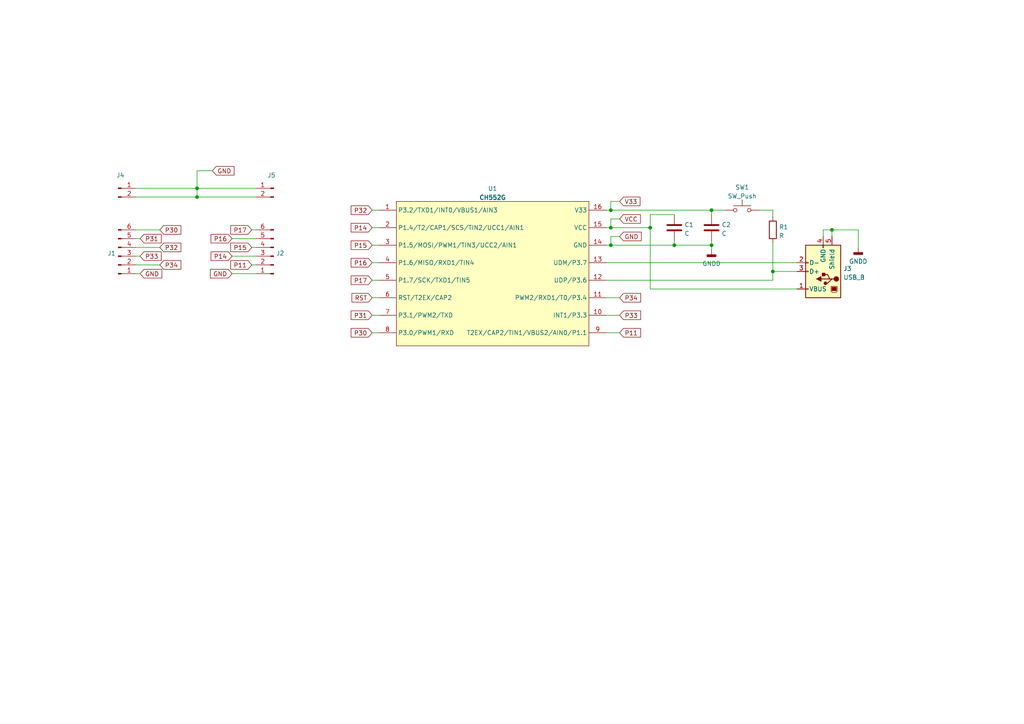
<source format=kicad_sch>
(kicad_sch (version 20211123) (generator eeschema)
  (paper "A4")
  (lib_symbols
    (symbol "Connector:Conn_01x02_Male" (pin_names (offset 1.016) hide)
      (property "Reference" "J" (at 0 2.54 0))
      (property "Value" "Conn_01x02_Male" (at 0 -5.08 0))
      (symbol "Conn_01x02_Male_1_1"
        (polyline (pts (xy 1.27 -2.54) (xy 0.8636 -2.54)) (stroke (width 0.1524)))
        (polyline (pts (xy 1.27 0) (xy 0.8636 0)) (stroke (width 0.1524)))
        (rectangle (start 0.8636 -2.413) (end 0 -2.667) (stroke (width 0.1524)) (fill (type outline)))
        (rectangle (start 0.8636 0.127) (end 0 -0.127) (stroke (width 0.1524)) (fill (type outline)))
        (pin passive line (at 5.08 0 180) (length 3.81) (name "Pin_1") (number "1"))
        (pin passive line (at 5.08 -2.54 180) (length 3.81) (name "Pin_2") (number "2"))
      )
    )
    (symbol "Connector:Conn_01x06_Male" (pin_names (offset 1.016) hide)
      (property "Reference" "J" (at 0 7.62 0))
      (property "Value" "Conn_01x06_Male" (at 0 -10.16 0))
      (symbol "Conn_01x06_Male_1_1"
        (polyline (pts (xy 1.27 -7.62) (xy 0.8636 -7.62)) (stroke (width 0.1524)))
        (polyline (pts (xy 1.27 -5.08) (xy 0.8636 -5.08)) (stroke (width 0.1524)))
        (polyline (pts (xy 1.27 -2.54) (xy 0.8636 -2.54)) (stroke (width 0.1524)))
        (polyline (pts (xy 1.27 0) (xy 0.8636 0)) (stroke (width 0.1524)))
        (polyline (pts (xy 1.27 2.54) (xy 0.8636 2.54)) (stroke (width 0.1524)))
        (polyline (pts (xy 1.27 5.08) (xy 0.8636 5.08)) (stroke (width 0.1524)))
        (rectangle (start 0.8636 -7.493) (end 0 -7.747) (stroke (width 0.1524)) (fill (type outline)))
        (rectangle (start 0.8636 -4.953) (end 0 -5.207) (stroke (width 0.1524)) (fill (type outline)))
        (rectangle (start 0.8636 -2.413) (end 0 -2.667) (stroke (width 0.1524)) (fill (type outline)))
        (rectangle (start 0.8636 0.127) (end 0 -0.127) (stroke (width 0.1524)) (fill (type outline)))
        (rectangle (start 0.8636 2.667) (end 0 2.413) (stroke (width 0.1524)) (fill (type outline)))
        (rectangle (start 0.8636 5.207) (end 0 4.953) (stroke (width 0.1524)) (fill (type outline)))
        (pin passive line (at 5.08 5.08 180) (length 3.81) (name "Pin_1") (number "1"))
        (pin passive line (at 5.08 2.54 180) (length 3.81) (name "Pin_2") (number "2"))
        (pin passive line (at 5.08 0 180) (length 3.81) (name "Pin_3") (number "3"))
        (pin passive line (at 5.08 -2.54 180) (length 3.81) (name "Pin_4") (number "4"))
        (pin passive line (at 5.08 -5.08 180) (length 3.81) (name "Pin_5") (number "5"))
        (pin passive line (at 5.08 -7.62 180) (length 3.81) (name "Pin_6") (number "6"))
      )
    )
    (symbol "Connector:USB_B" (pin_names (offset 1.016))
      (property "Reference" "J" (at -5.08 11.43 0))
      (property "Value" "USB_B" (at -5.08 8.89 0))
      (symbol "USB_B_0_1"
        (rectangle (start -5.08 -7.62) (end 5.08 7.62) (stroke (width 0.254)) (fill (type background)))
        (circle (center -3.81 2.159) (radius 0.635) (stroke (width 0.254)) (fill (type outline)))
        (rectangle (start -3.81 5.588) (end -2.54 4.572) (fill (type outline)))
        (circle (center -0.635 3.429) (radius 0.381) (stroke (width 0.254)) (fill (type outline)))
        (rectangle (start -0.127 -7.62) (end 0.127 -6.858))
        (polyline (pts (xy -1.905 2.159) (xy 0.635 2.159)) (stroke (width 0.254)))
        (polyline (pts (xy -3.175 2.159) (xy -2.54 2.159) (xy -1.27 3.429) (xy -0.635 3.429)) (stroke (width 0.254)))
        (polyline (pts (xy -2.54 2.159) (xy -1.905 2.159) (xy -1.27 0.889) (xy 0 0.889)) (stroke (width 0.254)))
        (polyline (pts (xy 0.635 2.794) (xy 0.635 1.524) (xy 1.905 2.159) (xy 0.635 2.794)) (stroke (width 0.254)) (fill (type outline)))
        (polyline (pts (xy -4.064 4.318) (xy -2.286 4.318) (xy -2.286 5.715) (xy -2.667 6.096) (xy -3.683 6.096) (xy -4.064 5.715) (xy -4.064 4.318)))
        (rectangle (start 0.254 1.27) (end -0.508 0.508) (stroke (width 0.254)) (fill (type outline)))
        (rectangle (start 5.08 -2.667) (end 4.318 -2.413))
        (rectangle (start 5.08 -0.127) (end 4.318 0.127))
        (rectangle (start 5.08 4.953) (end 4.318 5.207))
      )
      (symbol "USB_B_1_1"
        (pin power_out line (at 7.62 5.08 180) (length 2.54) (name "VBUS") (number "1"))
        (pin passive line (at 7.62 -2.54 180) (length 2.54) (name "D-") (number "2"))
        (pin passive line (at 7.62 0 180) (length 2.54) (name "D+") (number "3"))
        (pin power_out line (at 0 -10.16 90) (length 2.54) (name "GND") (number "4"))
        (pin passive line (at -2.54 -10.16 90) (length 2.54) (name "Shield") (number "5"))
      )
    )
    (symbol "Device:C" (pin_numbers hide) (pin_names (offset 0.254))
      (property "Reference" "C" (at 0.635 2.54 0))
      (property "Value" "C" (at 0.635 -2.54 0))
      (symbol "C_0_1"
        (polyline (pts (xy -2.032 -0.762) (xy 2.032 -0.762)) (stroke (width 0.508)))
        (polyline (pts (xy -2.032 0.762) (xy 2.032 0.762)) (stroke (width 0.508)))
      )
      (symbol "C_1_1"
        (pin passive line (at 0 3.81 270) (length 2.794) (name "~") (number "1"))
        (pin passive line (at 0 -3.81 90) (length 2.794) (name "~") (number "2"))
      )
    )
    (symbol "Device:R" (pin_numbers hide) (pin_names (offset 0))
      (property "Reference" "R" (at 2.032 0 90))
      (property "Value" "R" (at 0 0 90))
      (symbol "R_0_1"
        (rectangle (start -1.016 -2.54) (end 1.016 2.54) (stroke (width 0.254)))
      )
      (symbol "R_1_1"
        (pin passive line (at 0 3.81 270) (length 1.27) (name "~") (number "1"))
        (pin passive line (at 0 -3.81 90) (length 1.27) (name "~") (number "2"))
      )
    )
    (symbol "MCU_WCH:CH552G"
      (property "Reference" "U" (at -1.27 -26.67 0))
      (property "Value" "CH552G" (at 15.24 13.97 0))
      (symbol "CH552G_0_1"
        (rectangle (start -25.4 16.51) (end 30.48 -25.4) (stroke (width 0.1524)) (fill (type background)))
      )
      (symbol "CH552G_1_1"
        (pin input line (at -30.48 13.97 0) (length 5.08) (name "P3.2/TXD1/INT0/VBUS1/AIN3") (number "1"))
        (pin input line (at 35.56 -16.51 180) (length 5.08) (name "INT1/P3.3") (number "10"))
        (pin input line (at 35.56 -11.43 180) (length 5.08) (name "PWM2/RXD1/T0/P3.4") (number "11"))
        (pin input line (at 35.56 -6.35 180) (length 5.08) (name "UDP/P3.6") (number "12"))
        (pin input line (at 35.56 -1.27 180) (length 5.08) (name "UDM/P3.7") (number "13"))
        (pin input line (at 35.56 3.81 180) (length 5.08) (name "GND") (number "14"))
        (pin input line (at 35.56 8.89 180) (length 5.08) (name "VCC") (number "15"))
        (pin input line (at 35.56 13.97 180) (length 5.08) (name "V33") (number "16"))
        (pin input line (at -30.48 8.89 0) (length 5.08) (name "P1.4/T2/CAP1/SCS/TIN2/UCC1/AIN1") (number "2"))
        (pin input line (at -30.48 3.81 0) (length 5.08) (name "P1.5/MOSI/PWM1/TIN3/UCC2/AIN1") (number "3"))
        (pin input line (at -30.48 -1.27 0) (length 5.08) (name "P1.6/MISO/RXD1/TIN4") (number "4"))
        (pin input line (at -30.48 -6.35 0) (length 5.08) (name "P1.7/SCK/TXD1/TIN5") (number "5"))
        (pin input line (at -30.48 -11.43 0) (length 5.08) (name "RST/T2EX/CAP2") (number "6"))
        (pin input line (at -30.48 -16.51 0) (length 5.08) (name "P3.1/PWM2/TXD") (number "7"))
        (pin input line (at -30.48 -21.59 0) (length 5.08) (name "P3.0/PWM1/RXD") (number "8"))
        (pin input line (at 35.56 -21.59 180) (length 5.08) (name "T2EX/CAP2/TIN1/VBUS2/AIN0/P1.1") (number "9"))
      )
    )
    (symbol "Switch:SW_Push" (pin_numbers hide) (pin_names (offset 1.016) hide)
      (property "Reference" "SW" (at 1.27 2.54 0))
      (property "Value" "SW_Push" (at 0 -1.524 0))
      (symbol "SW_Push_0_1"
        (circle (center -2.032 0) (radius 0.508))
        (polyline (pts (xy 0 1.27) (xy 0 3.048)))
        (polyline (pts (xy 2.54 1.27) (xy -2.54 1.27)))
        (circle (center 2.032 0) (radius 0.508))
        (pin passive line (at -5.08 0 0) (length 2.54) (name "1") (number "1"))
        (pin passive line (at 5.08 0 180) (length 2.54) (name "2") (number "2"))
      )
    )
    (symbol "power:GNDD" (power) (pin_names (offset 0))
      (property "Value" "GNDD" (at 0 -3.175 0))
      (symbol "GNDD_0_1"
        (rectangle (start -1.27 -1.524) (end 1.27 -2.032) (stroke (width 0.254)) (fill (type outline)))
        (polyline (pts (xy 0 0) (xy 0 -1.524)))
      )
      (symbol "GNDD_1_1"
        (pin power_in line (at 0 0 270) (length 0) hide (name "GNDD") (number "1"))
      )
    )
  )
  (junction (at 206.375 60.96))
  (junction (at 177.165 60.96))
  (junction (at 206.375 71.12))
  (junction (at 177.165 66.04))
  (junction (at 177.165 71.12))
  (junction (at 57.15 54.61))
  (junction (at 241.3 66.675))
  (junction (at 195.58 71.12))
  (junction (at 57.15 57.15))
  (junction (at 188.595 66.04))
  (junction (at 224.155 78.74))
  (wire (pts (xy 188.595 83.82) (xy 188.595 66.04)))
  (wire (pts (xy 175.895 81.28) (xy 224.155 81.28)))
  (wire (pts (xy 39.37 69.215) (xy 40.64 69.215)))
  (wire (pts (xy 175.895 60.96) (xy 177.165 60.96)))
  (wire (pts (xy 39.37 74.295) (xy 40.64 74.295)))
  (wire (pts (xy 177.165 58.42) (xy 177.165 60.96)))
  (wire (pts (xy 73.025 76.835) (xy 74.295 76.835)))
  (wire (pts (xy 195.58 69.85) (xy 195.58 71.12)))
  (wire (pts (xy 177.165 63.5) (xy 177.165 66.04)))
  (wire (pts (xy 107.95 81.28) (xy 109.855 81.28)))
  (wire (pts (xy 220.345 60.96) (xy 224.155 60.96)))
  (wire (pts (xy 179.705 58.42) (xy 177.165 58.42)))
  (wire (pts (xy 107.95 66.04) (xy 109.855 66.04)))
  (wire (pts (xy 206.375 60.96) (xy 206.375 62.23)))
  (wire (pts (xy 206.375 71.12) (xy 206.375 72.39)))
  (wire (pts (xy 39.37 76.835) (xy 46.355 76.835)))
  (wire (pts (xy 175.895 91.44) (xy 179.705 91.44)))
  (wire (pts (xy 67.31 79.375) (xy 74.295 79.375)))
  (wire (pts (xy 73.025 66.675) (xy 74.295 66.675)))
  (wire (pts (xy 188.595 66.04) (xy 177.165 66.04)))
  (wire (pts (xy 248.92 66.675) (xy 248.92 71.755)))
  (wire (pts (xy 179.705 63.5) (xy 177.165 63.5)))
  (wire (pts (xy 73.025 71.755) (xy 74.295 71.755)))
  (wire (pts (xy 241.3 66.675) (xy 248.92 66.675)))
  (wire (pts (xy 107.95 60.96) (xy 109.855 60.96)))
  (wire (pts (xy 195.58 62.23) (xy 188.595 62.23)))
  (wire (pts (xy 231.14 83.82) (xy 188.595 83.82)))
  (wire (pts (xy 224.155 78.74) (xy 231.14 78.74)))
  (wire (pts (xy 177.165 60.96) (xy 206.375 60.96)))
  (wire (pts (xy 224.155 70.485) (xy 224.155 78.74)))
  (wire (pts (xy 39.37 54.61) (xy 57.15 54.61)))
  (wire (pts (xy 57.15 54.61) (xy 74.295 54.61)))
  (wire (pts (xy 206.375 69.85) (xy 206.375 71.12)))
  (wire (pts (xy 224.155 60.96) (xy 224.155 62.865)))
  (wire (pts (xy 224.155 81.28) (xy 224.155 78.74)))
  (wire (pts (xy 175.895 76.2) (xy 231.14 76.2)))
  (wire (pts (xy 107.95 96.52) (xy 109.855 96.52)))
  (wire (pts (xy 238.76 68.58) (xy 238.76 66.675)))
  (wire (pts (xy 39.37 57.15) (xy 57.15 57.15)))
  (wire (pts (xy 39.37 79.375) (xy 40.64 79.375)))
  (wire (pts (xy 188.595 62.23) (xy 188.595 66.04)))
  (wire (pts (xy 57.15 57.15) (xy 74.295 57.15)))
  (wire (pts (xy 195.58 71.12) (xy 206.375 71.12)))
  (wire (pts (xy 107.95 91.44) (xy 109.855 91.44)))
  (wire (pts (xy 57.15 49.53) (xy 57.15 54.61)))
  (wire (pts (xy 175.895 86.36) (xy 179.705 86.36)))
  (wire (pts (xy 177.165 66.04) (xy 175.895 66.04)))
  (wire (pts (xy 39.37 71.755) (xy 46.355 71.755)))
  (wire (pts (xy 177.165 68.58) (xy 177.165 71.12)))
  (wire (pts (xy 177.165 71.12) (xy 195.58 71.12)))
  (wire (pts (xy 241.3 66.675) (xy 241.3 68.58)))
  (wire (pts (xy 175.895 96.52) (xy 179.705 96.52)))
  (wire (pts (xy 107.95 71.12) (xy 109.855 71.12)))
  (wire (pts (xy 57.15 54.61) (xy 57.15 57.15)))
  (wire (pts (xy 67.31 69.215) (xy 74.295 69.215)))
  (wire (pts (xy 238.76 66.675) (xy 241.3 66.675)))
  (wire (pts (xy 179.705 68.58) (xy 177.165 68.58)))
  (wire (pts (xy 61.595 49.53) (xy 57.15 49.53)))
  (wire (pts (xy 67.31 74.295) (xy 74.295 74.295)))
  (wire (pts (xy 39.37 66.675) (xy 46.355 66.675)))
  (wire (pts (xy 107.95 86.36) (xy 109.855 86.36)))
  (wire (pts (xy 206.375 60.96) (xy 210.185 60.96)))
  (wire (pts (xy 175.895 71.12) (xy 177.165 71.12)))
  (wire (pts (xy 107.95 76.2) (xy 109.855 76.2)))
  (global_label "GND" (shape input) (at 179.705 68.58 0) (property "Intersheet References" "${INTERSHEET_REFS}" (effects hide)))
  (global_label "P34" (shape input) (at 179.705 86.36 0) (property "Intersheet References" "${INTERSHEET_REFS}" (effects hide)))
  (global_label "P15" (shape input) (at 107.95 71.12 180) (property "Intersheet References" "${INTERSHEET_REFS}" (effects hide)))
  (global_label "P17" (shape input) (at 107.95 81.28 180) (property "Intersheet References" "${INTERSHEET_REFS}" (effects hide)))
  (global_label "P33" (shape input) (at 40.64 74.295 0) (property "Intersheet References" "${INTERSHEET_REFS}" (effects hide)))
  (global_label "P11" (shape input) (at 73.025 76.835 180) (property "Intersheet References" "${INTERSHEET_REFS}" (effects hide)))
  (global_label "P14" (shape input) (at 67.31 74.295 180) (property "Intersheet References" "${INTERSHEET_REFS}" (effects hide)))
  (global_label "RST" (shape input) (at 107.95 86.36 180) (property "Intersheet References" "${INTERSHEET_REFS}" (effects hide)))
  (global_label "GND" (shape input) (at 67.31 79.375 180) (property "Intersheet References" "${INTERSHEET_REFS}" (effects hide)))
  (global_label "GND" (shape input) (at 61.595 49.53 0) (property "Intersheet References" "${INTERSHEET_REFS}" (effects hide)))
  (global_label "P30" (shape input) (at 107.95 96.52 180) (property "Intersheet References" "${INTERSHEET_REFS}" (effects hide)))
  (global_label "P34" (shape input) (at 46.355 76.835 0) (property "Intersheet References" "${INTERSHEET_REFS}" (effects hide)))
  (global_label "P11" (shape input) (at 179.705 96.52 0) (property "Intersheet References" "${INTERSHEET_REFS}" (effects hide)))
  (global_label "P14" (shape input) (at 107.95 66.04 180) (property "Intersheet References" "${INTERSHEET_REFS}" (effects hide)))
  (global_label "VCC" (shape input) (at 179.705 63.5 0) (property "Intersheet References" "${INTERSHEET_REFS}" (effects hide)))
  (global_label "P30" (shape input) (at 46.355 66.675 0) (property "Intersheet References" "${INTERSHEET_REFS}" (effects hide)))
  (global_label "P17" (shape input) (at 73.025 66.675 180) (property "Intersheet References" "${INTERSHEET_REFS}" (effects hide)))
  (global_label "V33" (shape input) (at 179.705 58.42 0) (property "Intersheet References" "${INTERSHEET_REFS}" (effects hide)))
  (global_label "P15" (shape input) (at 73.025 71.755 180) (property "Intersheet References" "${INTERSHEET_REFS}" (effects hide)))
  (global_label "P16" (shape input) (at 107.95 76.2 180) (property "Intersheet References" "${INTERSHEET_REFS}" (effects hide)))
  (global_label "P31" (shape input) (at 40.64 69.215 0) (property "Intersheet References" "${INTERSHEET_REFS}" (effects hide)))
  (global_label "P33" (shape input) (at 179.705 91.44 0) (property "Intersheet References" "${INTERSHEET_REFS}" (effects hide)))
  (global_label "P32" (shape input) (at 107.95 60.96 180) (property "Intersheet References" "${INTERSHEET_REFS}" (effects hide)))
  (global_label "GND" (shape input) (at 40.64 79.375 0) (property "Intersheet References" "${INTERSHEET_REFS}" (effects hide)))
  (global_label "P16" (shape input) (at 67.31 69.215 180) (property "Intersheet References" "${INTERSHEET_REFS}" (effects hide)))
  (global_label "P32" (shape input) (at 46.355 71.755 0) (property "Intersheet References" "${INTERSHEET_REFS}" (effects hide)))
  (global_label "P31" (shape input) (at 107.95 91.44 180) (property "Intersheet References" "${INTERSHEET_REFS}" (effects hide)))
  (symbol (lib_id "Connector:USB_B") (at 238.76 78.74 180) (unit 1)
    (property "Reference" "J3" (at 244.602 77.9053 0) (effects (justify right)))
    (property "Value" "USB_B" (at 244.602 80.4422 0) (effects (justify right)))
    (property "Footprint" "Connector_USB:USB_B_Lumberg_2411_02_Horizontal" (effects hide))
    (property "Datasheet" " ~" (effects hide))
  )
  (symbol (lib_id "Connector:Conn_01x06_Male") (at 79.375 74.295 180) (unit 1)
    (property "Reference" "J2" (at 80.0862 73.4588 0) (effects (justify right)))
    (property "Value" "Conn_01x06_Male" (effects hide))
    (property "Footprint" "Connector_PinHeader_2.54mm:PinHeader_1x06_P2.54mm_Vertical" (effects hide))
  )
  (symbol (lib_id "Device:C") (at 206.375 66.04 0) (unit 1)
    (property "Reference" "C2" (at 209.296 65.2053 0) (effects (justify left)))
    (property "Value" "C" (at 209.296 67.7422 0) (effects (justify left)))
    (property "Footprint" "Capacitor_SMD:C_0805_2012Metric_Pad1.18x1.45mm_HandSolder" (effects hide))
  )
  (symbol (lib_id "Device:R") (at 224.155 66.675 0) (unit 1)
    (property "Reference" "R1" (at 225.933 65.8403 0) (effects (justify left)))
    (property "Value" "R" (at 225.933 68.3772 0) (effects (justify left)))
    (property "Footprint" "Resistor_SMD:R_0805_2012Metric_Pad1.20x1.40mm_HandSolder" (effects hide))
  )
  (symbol (lib_id "Connector:Conn_01x06_Male") (at 34.29 74.295 0) (mirror x) (unit 1)
    (property "Reference" "J1" (at 33.5788 73.4588 0) (effects (justify right)))
    (property "Value" "Conn_01x06_Male" (effects hide))
    (property "Footprint" "Connector_PinHeader_2.54mm:PinHeader_1x06_P2.54mm_Vertical" (effects hide))
  )
  (symbol (lib_id "Connector:Conn_01x02_Male") (at 34.29 54.61 0) (unit 1)
    (property "Reference" "J4" (at 34.925 50.834 0))
    (property "Value" "Conn_01x02_Male" (effects hide))
    (property "Footprint" "Connector_PinHeader_2.54mm:PinHeader_1x02_P2.54mm_Vertical" (effects hide))
  )
  (symbol (lib_id "Connector:Conn_01x02_Male") (at 79.375 54.61 0) (mirror y) (unit 1)
    (property "Reference" "J5" (at 78.74 50.834 0))
    (property "Value" "Conn_01x02_Male" (effects hide))
    (property "Footprint" "Connector_PinHeader_2.54mm:PinHeader_1x02_P2.54mm_Vertical" (effects hide))
  )
  (symbol (lib_id "Switch:SW_Push") (at 215.265 60.96 0) (unit 1)
    (property "Reference" "SW1" (at 215.265 54.3392 0))
    (property "Value" "SW_Push" (at 215.265 56.8761 0))
    (property "Footprint" "LED_NEW:SWT-6M" (effects hide))
  )
  (symbol (lib_id "power:GNDD") (at 206.375 72.39 0) (unit 1)
    (property "Reference" "#PWR0102" (effects hide))
    (property "Value" "GNDD" (at 206.375 76.4524 0))
  )
  (symbol (lib_id "Device:C") (at 195.58 66.04 0) (unit 1)
    (property "Reference" "C1" (at 198.501 65.2053 0) (effects (justify left)))
    (property "Value" "C" (at 198.501 67.7422 0) (effects (justify left)))
    (property "Footprint" "Capacitor_SMD:C_0805_2012Metric_Pad1.18x1.45mm_HandSolder" (effects hide))
  )
  (symbol (lib_id "MCU_WCH:CH552G") (at 140.335 74.93 0) (unit 1)
    (property "Reference" "U1" (at 142.875 54.6824 0))
    (property "Value" "CH552G" (at 142.875 57.2907 0) (effects (font bold)))
    (property "Footprint" "Package_SO:SOP-16_4.55x10.3mm_P1.27mm" (effects hide))
  )
  (symbol (lib_id "power:GNDD") (at 248.92 71.755 0) (unit 1)
    (property "Reference" "#PWR01" (effects hide))
    (property "Value" "GNDD" (at 248.92 75.8174 0))
  )
)
</source>
